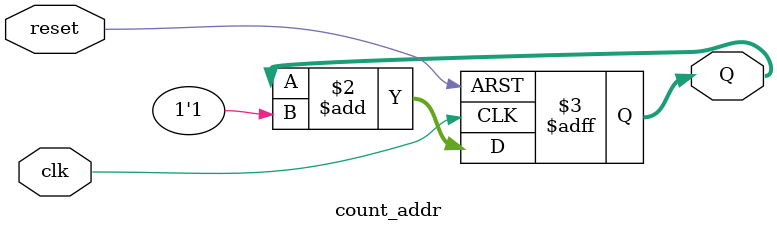
<source format=v>
module count_addr(reset, clk, Q);
    input reset, clk;
    output reg [4:0] Q;
    always @(posedge clk, posedge reset) begin
        if(reset)
            Q <= 5'd0;
        else
            Q <= Q + 1'b1;
    end
endmodule
</source>
